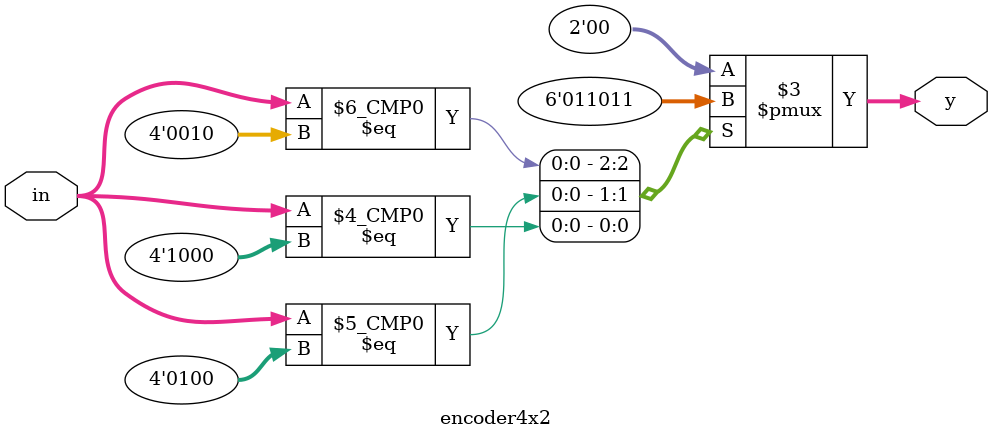
<source format=v>
/*module encoder4x2(input [3:0] in, output [1:0] y);
    assign y = (in[3]) ? 2'b11 :
               (in[2]) ? 2'b10 :
               (in[1]) ? 2'b01 :
               (in[0]) ? 2'b00 :
                         2'b00; // default if all are 0
endmodule
*/


module encoder4x2(input [3:0] in, output reg [1:0] y);
  always @(*) begin
    case (in)
      4'b0001: y = 2'b00;
      4'b0010: y = 2'b01;
      4'b0100: y = 2'b10;
      4'b1000: y = 2'b11;
      default:     y = 2'b00; // optional: could set to 'x' or an error code
    endcase
  end
endmodule



/*
module encoder8x3(input [7:0]in,output reg [2:0]y)
 always @(*)
  begin
    case(in)
     d'0 : y = 3'b000;
     d'2 : y = 3'b001;
     d'4 : y = 3'b010;
     d'8 : y = 3'b011;
     d'16 : y = 3'b100;
     d'32: y = 3'b101;
     d'64 : y = 3'b110;
     d'128 : y = 3'b111;
     default : y = 3'b000;  
    endcase
  end
endmodule*/

/*
module encoder8x3(input [7:0] in, output reg [2:0] y);
  always @(*) begin
    case (in)
      8'b00000001: y = 3'b000;
      8'b00000010: y = 3'b001;
      8'b00000100: y = 3'b010;
      8'b00001000: y = 3'b011;
      8'b00010000: y = 3'b100;
      8'b00100000: y = 3'b101;
      8'b01000000: y = 3'b110;
      8'b10000000: y = 3'b111;
      default:     y = 3'b000; // optional: could set to 'x' or an error code
    endcase
  end
endmodule
*/

</source>
